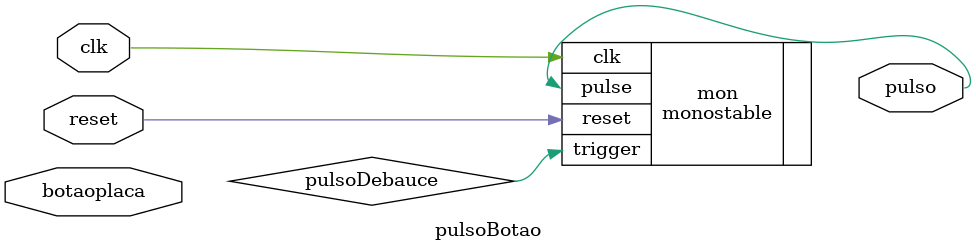
<source format=v>
module pulsoBotao(botaoplaca,clk,reset,pulso);

input botaoplaca,clk,reset;
output wire pulso;

wire pulsoDebauce;

//DeBounce db(.clk(clk),.reset(reset),.button_in(botaoplaca),.DB_out(pulsoDebauce));

monostable mon(.clk(clk),.reset(reset),.trigger(pulsoDebauce),.pulse(pulso));


endmodule
</source>
